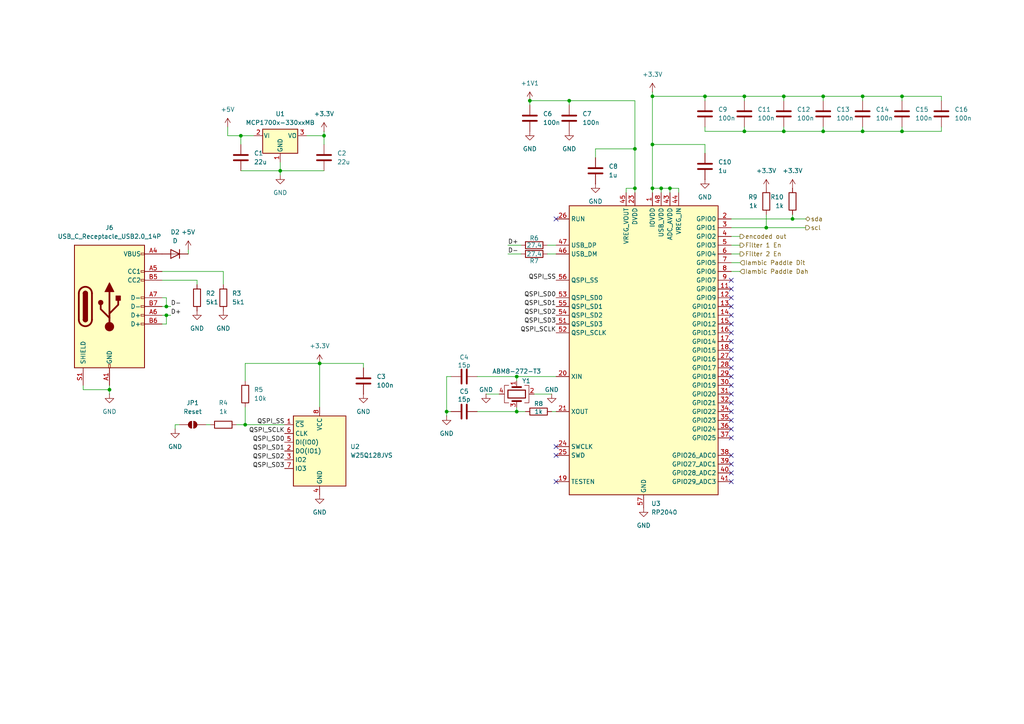
<source format=kicad_sch>
(kicad_sch (version 20231120) (generator "eeschema") (generator_version "8.0")
  (paper "A4")
  (title_block (title "RP2040 Microcontroller") (rev "1"))
  (lib_symbols
    (symbol "Connector:USB_C_Receptacle_USB2.0_14P" (pin_names (offset 1.016))
      (property "Reference" "J" (at 0 22.225 0))
      (property "Value" "USB_C_Receptacle_USB2.0_14P" (at 0 19.685 0))
      (symbol "USB_C_Receptacle_USB2.0_14P_0_0"
        (rectangle (start -0.254 -17.78) (end 0.254 -16.764))
        (rectangle (start 10.16 -4.826) (end 9.144 -5.334))
        (rectangle (start 10.16 -2.286) (end 9.144 -2.794))
        (rectangle (start 10.16 0.254) (end 9.144 -0.254))
        (rectangle (start 10.16 2.794) (end 9.144 2.286))
        (rectangle (start 10.16 7.874) (end 9.144 7.366))
        (rectangle (start 10.16 10.414) (end 9.144 9.906))
        (rectangle (start 10.16 15.494) (end 9.144 14.986))
      )
      (symbol "USB_C_Receptacle_USB2.0_14P_0_1"
        (rectangle (start -10.16 17.78) (end 10.16 -17.78) (stroke (width 0.254)) (fill (type background)))
        (arc (start -8.89 -3.81) (mid -6.985 -5.7067) (end -5.08 -3.81) (stroke (width 0.508)))
        (arc (start -7.62 -3.81) (mid -6.985 -4.4423) (end -6.35 -3.81) (stroke (width 0.254)))
        (arc (start -7.62 -3.81) (mid -6.985 -4.4423) (end -6.35 -3.81) (stroke (width 0.254)) (fill (type outline)))
        (rectangle (start -7.62 -3.81) (end -6.35 3.81) (stroke (width 0.254)) (fill (type outline)))
        (arc (start -6.35 3.81) (mid -6.985 4.4423) (end -7.62 3.81) (stroke (width 0.254)))
        (arc (start -6.35 3.81) (mid -6.985 4.4423) (end -7.62 3.81) (stroke (width 0.254)) (fill (type outline)))
        (arc (start -5.08 3.81) (mid -6.985 5.7067) (end -8.89 3.81) (stroke (width 0.508)))
        (circle (center -2.54 1.143) (radius 0.635) (stroke (width 0.254)) (fill (type outline)))
        (circle (center 0 -5.842) (radius 1.27) (fill (type outline)))
        (polyline (pts (xy -8.89 -3.81) (xy -8.89 3.81)) (stroke (width 0.508)))
        (polyline (pts (xy -5.08 3.81) (xy -5.08 -3.81)) (stroke (width 0.508)))
        (polyline (pts (xy 0 -5.842) (xy 0 4.318)) (stroke (width 0.508)))
        (polyline (pts (xy 0 -3.302) (xy -2.54 -0.762) (xy -2.54 0.508)) (stroke (width 0.508)))
        (polyline (pts (xy 0 -2.032) (xy 2.54 0.508) (xy 2.54 1.778)) (stroke (width 0.508)))
        (polyline (pts (xy -1.27 4.318) (xy 0 6.858) (xy 1.27 4.318) (xy -1.27 4.318)) (stroke (width 0.254)) (fill (type outline)))
        (rectangle (start 1.905 1.778) (end 3.175 3.048) (stroke (width 0.254)) (fill (type outline)))
      )
      (symbol "USB_C_Receptacle_USB2.0_14P_1_1"
        (pin passive line (at 0 -22.86 90) (length 5.08) (name "GND") (number "A1"))
        (pin passive line (at 0 -22.86 90) (length 5.08) hide (name "GND") (number "A12"))
        (pin passive line (at 15.24 15.24 180) (length 5.08) (name "VBUS") (number "A4"))
        (pin bidirectional line (at 15.24 10.16 180) (length 5.08) (name "CC1") (number "A5"))
        (pin bidirectional line (at 15.24 -2.54 180) (length 5.08) (name "D+") (number "A6"))
        (pin bidirectional line (at 15.24 2.54 180) (length 5.08) (name "D-") (number "A7"))
        (pin passive line (at 15.24 15.24 180) (length 5.08) hide (name "VBUS") (number "A9"))
        (pin passive line (at 0 -22.86 90) (length 5.08) hide (name "GND") (number "B1"))
        (pin passive line (at 0 -22.86 90) (length 5.08) hide (name "GND") (number "B12"))
        (pin passive line (at 15.24 15.24 180) (length 5.08) hide (name "VBUS") (number "B4"))
        (pin bidirectional line (at 15.24 7.62 180) (length 5.08) (name "CC2") (number "B5"))
        (pin bidirectional line (at 15.24 -5.08 180) (length 5.08) (name "D+") (number "B6"))
        (pin bidirectional line (at 15.24 0 180) (length 5.08) (name "D-") (number "B7"))
        (pin passive line (at 15.24 15.24 180) (length 5.08) hide (name "VBUS") (number "B9"))
        (pin passive line (at -7.62 -22.86 90) (length 5.08) (name "SHIELD") (number "S1"))
      )
    )
    (symbol "Device:C" (pin_numbers hide) (pin_names (offset 0.254))
      (property "Reference" "C" (at 0.635 2.54 0))
      (property "Value" "C" (at 0.635 -2.54 0))
      (symbol "C_0_1"
        (polyline (pts (xy -2.032 -0.762) (xy 2.032 -0.762)) (stroke (width 0.508)))
        (polyline (pts (xy -2.032 0.762) (xy 2.032 0.762)) (stroke (width 0.508)))
      )
      (symbol "C_1_1"
        (pin passive line (at 0 3.81 270) (length 2.794) (name "~") (number "1"))
        (pin passive line (at 0 -3.81 90) (length 2.794) (name "~") (number "2"))
      )
    )
    (symbol "Device:Crystal_GND24" (pin_names (offset 1.016) hide)
      (property "Reference" "Y" (at 3.175 5.08 0))
      (property "Value" "Crystal_GND24" (at 3.175 3.175 0))
      (symbol "Crystal_GND24_0_1"
        (rectangle (start -1.143 2.54) (end 1.143 -2.54) (stroke (width 0.3048)))
        (polyline (pts (xy -2.54 0) (xy -2.032 0)))
        (polyline (pts (xy -2.032 -1.27) (xy -2.032 1.27)) (stroke (width 0.508)))
        (polyline (pts (xy 0 -3.81) (xy 0 -3.556)))
        (polyline (pts (xy 0 3.556) (xy 0 3.81)))
        (polyline (pts (xy 2.032 -1.27) (xy 2.032 1.27)) (stroke (width 0.508)))
        (polyline (pts (xy 2.032 0) (xy 2.54 0)))
        (polyline (pts (xy -2.54 -2.286) (xy -2.54 -3.556) (xy 2.54 -3.556) (xy 2.54 -2.286)))
        (polyline (pts (xy -2.54 2.286) (xy -2.54 3.556) (xy 2.54 3.556) (xy 2.54 2.286)))
      )
      (symbol "Crystal_GND24_1_1"
        (pin passive line (at -3.81 0 0) (length 1.27) (name "1") (number "1"))
        (pin passive line (at 0 5.08 270) (length 1.27) (name "2") (number "2"))
        (pin passive line (at 3.81 0 180) (length 1.27) (name "3") (number "3"))
        (pin passive line (at 0 -5.08 90) (length 1.27) (name "4") (number "4"))
      )
    )
    (symbol "Device:D" (pin_numbers hide) (pin_names (offset 1.016) hide)
      (property "Reference" "D" (at 0 2.54 0))
      (property "Value" "D" (at 0 -2.54 0))
      (symbol "D_0_1"
        (polyline (pts (xy -1.27 1.27) (xy -1.27 -1.27)) (stroke (width 0.254)))
        (polyline (pts (xy 1.27 0) (xy -1.27 0)))
        (polyline (pts (xy 1.27 1.27) (xy 1.27 -1.27) (xy -1.27 0) (xy 1.27 1.27)) (stroke (width 0.254)))
      )
      (symbol "D_1_1"
        (pin passive line (at -3.81 0 0) (length 2.54) (name "K") (number "1"))
        (pin passive line (at 3.81 0 180) (length 2.54) (name "A") (number "2"))
      )
    )
    (symbol "Device:R" (pin_numbers hide) (pin_names (offset 0))
      (property "Reference" "R" (at 2.032 0 90))
      (property "Value" "R" (at 0 0 90))
      (symbol "R_0_1"
        (rectangle (start -1.016 -2.54) (end 1.016 2.54) (stroke (width 0.254)))
      )
      (symbol "R_1_1"
        (pin passive line (at 0 3.81 270) (length 1.27) (name "~") (number "1"))
        (pin passive line (at 0 -3.81 90) (length 1.27) (name "~") (number "2"))
      )
    )
    (symbol "Jumper:SolderJumper_2_Open" (pin_numbers hide) (pin_names (offset 0) hide) (exclude_from_sim yes) (in_bom no)
      (property "Reference" "JP" (at 0 2.032 0))
      (property "Value" "SolderJumper_2_Open" (at 0 -2.54 0))
      (symbol "SolderJumper_2_Open_0_1"
        (arc (start -0.254 1.016) (mid -1.2656 0) (end -0.254 -1.016))
        (arc (start -0.254 1.016) (mid -1.2656 0) (end -0.254 -1.016) (fill (type outline)))
        (polyline (pts (xy -0.254 1.016) (xy -0.254 -1.016)))
        (polyline (pts (xy 0.254 1.016) (xy 0.254 -1.016)))
        (arc (start 0.254 -1.016) (mid 1.2656 0) (end 0.254 1.016))
        (arc (start 0.254 -1.016) (mid 1.2656 0) (end 0.254 1.016) (fill (type outline)))
      )
      (symbol "SolderJumper_2_Open_1_1"
        (pin passive line (at -3.81 0 0) (length 2.54) (name "A") (number "1"))
        (pin passive line (at 3.81 0 180) (length 2.54) (name "B") (number "2"))
      )
    )
    (symbol "MCU_RaspberryPi:RP2040"
      (property "Reference" "U" (at 17.78 45.72 0))
      (property "Value" "RP2040" (at 17.78 43.18 0))
      (symbol "RP2040_0_1"
        (rectangle (start -21.59 41.91) (end 21.59 -41.91) (stroke (width 0.254)) (fill (type background)))
      )
      (symbol "RP2040_1_1"
        (pin power_in line (at 2.54 45.72 270) (length 3.81) (name "IOVDD") (number "1"))
        (pin passive line (at 2.54 45.72 270) (length 3.81) hide (name "IOVDD") (number "10"))
        (pin bidirectional line (at 25.4 17.78 180) (length 3.81) (name "GPIO8") (number "11"))
        (pin bidirectional line (at 25.4 15.24 180) (length 3.81) (name "GPIO9") (number "12"))
        (pin bidirectional line (at 25.4 12.7 180) (length 3.81) (name "GPIO10") (number "13"))
        (pin bidirectional line (at 25.4 10.16 180) (length 3.81) (name "GPIO11") (number "14"))
        (pin bidirectional line (at 25.4 7.62 180) (length 3.81) (name "GPIO12") (number "15"))
        (pin bidirectional line (at 25.4 5.08 180) (length 3.81) (name "GPIO13") (number "16"))
        (pin bidirectional line (at 25.4 2.54 180) (length 3.81) (name "GPIO14") (number "17"))
        (pin bidirectional line (at 25.4 0 180) (length 3.81) (name "GPIO15") (number "18"))
        (pin input line (at -25.4 -38.1 0) (length 3.81) (name "TESTEN") (number "19"))
        (pin bidirectional line (at 25.4 38.1 180) (length 3.81) (name "GPIO0") (number "2"))
        (pin input line (at -25.4 -7.62 0) (length 3.81) (name "XIN") (number "20"))
        (pin passive line (at -25.4 -17.78 0) (length 3.81) (name "XOUT") (number "21"))
        (pin passive line (at 2.54 45.72 270) (length 3.81) hide (name "IOVDD") (number "22"))
        (pin power_in line (at -2.54 45.72 270) (length 3.81) (name "DVDD") (number "23"))
        (pin input line (at -25.4 -27.94 0) (length 3.81) (name "SWCLK") (number "24"))
        (pin bidirectional line (at -25.4 -30.48 0) (length 3.81) (name "SWD") (number "25"))
        (pin input line (at -25.4 38.1 0) (length 3.81) (name "RUN") (number "26"))
        (pin bidirectional line (at 25.4 -2.54 180) (length 3.81) (name "GPIO16") (number "27"))
        (pin bidirectional line (at 25.4 -5.08 180) (length 3.81) (name "GPIO17") (number "28"))
        (pin bidirectional line (at 25.4 -7.62 180) (length 3.81) (name "GPIO18") (number "29"))
        (pin bidirectional line (at 25.4 35.56 180) (length 3.81) (name "GPIO1") (number "3"))
        (pin bidirectional line (at 25.4 -10.16 180) (length 3.81) (name "GPIO19") (number "30"))
        (pin bidirectional line (at 25.4 -12.7 180) (length 3.81) (name "GPIO20") (number "31"))
        (pin bidirectional line (at 25.4 -15.24 180) (length 3.81) (name "GPIO21") (number "32"))
        (pin passive line (at 2.54 45.72 270) (length 3.81) hide (name "IOVDD") (number "33"))
        (pin bidirectional line (at 25.4 -17.78 180) (length 3.81) (name "GPIO22") (number "34"))
        (pin bidirectional line (at 25.4 -20.32 180) (length 3.81) (name "GPIO23") (number "35"))
        (pin bidirectional line (at 25.4 -22.86 180) (length 3.81) (name "GPIO24") (number "36"))
        (pin bidirectional line (at 25.4 -25.4 180) (length 3.81) (name "GPIO25") (number "37"))
        (pin bidirectional line (at 25.4 -30.48 180) (length 3.81) (name "GPIO26_ADC0") (number "38"))
        (pin bidirectional line (at 25.4 -33.02 180) (length 3.81) (name "GPIO27_ADC1") (number "39"))
        (pin bidirectional line (at 25.4 33.02 180) (length 3.81) (name "GPIO2") (number "4"))
        (pin bidirectional line (at 25.4 -35.56 180) (length 3.81) (name "GPIO28_ADC2") (number "40"))
        (pin bidirectional line (at 25.4 -38.1 180) (length 3.81) (name "GPIO29_ADC3") (number "41"))
        (pin passive line (at 2.54 45.72 270) (length 3.81) hide (name "IOVDD") (number "42"))
        (pin power_in line (at 7.62 45.72 270) (length 3.81) (name "ADC_AVDD") (number "43"))
        (pin power_in line (at 10.16 45.72 270) (length 3.81) (name "VREG_IN") (number "44"))
        (pin power_out line (at -5.08 45.72 270) (length 3.81) (name "VREG_VOUT") (number "45"))
        (pin bidirectional line (at -25.4 27.94 0) (length 3.81) (name "USB_DM") (number "46"))
        (pin bidirectional line (at -25.4 30.48 0) (length 3.81) (name "USB_DP") (number "47"))
        (pin power_in line (at 5.08 45.72 270) (length 3.81) (name "USB_VDD") (number "48"))
        (pin passive line (at 2.54 45.72 270) (length 3.81) hide (name "IOVDD") (number "49"))
        (pin bidirectional line (at 25.4 30.48 180) (length 3.81) (name "GPIO3") (number "5"))
        (pin passive line (at -2.54 45.72 270) (length 3.81) hide (name "DVDD") (number "50"))
        (pin bidirectional line (at -25.4 7.62 0) (length 3.81) (name "QSPI_SD3") (number "51"))
        (pin output line (at -25.4 5.08 0) (length 3.81) (name "QSPI_SCLK") (number "52"))
        (pin bidirectional line (at -25.4 15.24 0) (length 3.81) (name "QSPI_SD0") (number "53"))
        (pin bidirectional line (at -25.4 10.16 0) (length 3.81) (name "QSPI_SD2") (number "54"))
        (pin bidirectional line (at -25.4 12.7 0) (length 3.81) (name "QSPI_SD1") (number "55"))
        (pin bidirectional line (at -25.4 20.32 0) (length 3.81) (name "QSPI_SS") (number "56"))
        (pin power_in line (at 0 -45.72 90) (length 3.81) (name "GND") (number "57"))
        (pin bidirectional line (at 25.4 27.94 180) (length 3.81) (name "GPIO4") (number "6"))
        (pin bidirectional line (at 25.4 25.4 180) (length 3.81) (name "GPIO5") (number "7"))
        (pin bidirectional line (at 25.4 22.86 180) (length 3.81) (name "GPIO6") (number "8"))
        (pin bidirectional line (at 25.4 20.32 180) (length 3.81) (name "GPIO7") (number "9"))
      )
    )
    (symbol "Memory_Flash:W25Q128JVS"
      (property "Reference" "U" (at -8.89 8.89 0))
      (property "Value" "W25Q128JVS" (at 7.62 8.89 0))
      (symbol "W25Q128JVS_0_1"
        (rectangle (start -7.62 10.16) (end 7.62 -10.16) (stroke (width 0.254)) (fill (type background)))
      )
      (symbol "W25Q128JVS_1_1"
        (pin input line (at -10.16 7.62 0) (length 2.54) (name "~{CS}") (number "1"))
        (pin bidirectional line (at -10.16 0 0) (length 2.54) (name "DO(IO1)") (number "2"))
        (pin bidirectional line (at -10.16 -2.54 0) (length 2.54) (name "IO2") (number "3"))
        (pin power_in line (at 0 -12.7 90) (length 2.54) (name "GND") (number "4"))
        (pin bidirectional line (at -10.16 2.54 0) (length 2.54) (name "DI(IO0)") (number "5"))
        (pin input line (at -10.16 5.08 0) (length 2.54) (name "CLK") (number "6"))
        (pin bidirectional line (at -10.16 -5.08 0) (length 2.54) (name "IO3") (number "7"))
        (pin power_in line (at 0 12.7 270) (length 2.54) (name "VCC") (number "8"))
      )
    )
    (symbol "Regulator_Linear:MCP1700x-330xxMB" (pin_names (offset 0.254))
      (property "Reference" "U" (at -3.81 3.175 0))
      (property "Value" "MCP1700x-330xxMB" (at 0 3.175 0))
      (symbol "MCP1700x-330xxMB_0_1"
        (rectangle (start -5.08 -5.08) (end 5.08 1.905) (stroke (width 0.254)) (fill (type background)))
      )
      (symbol "MCP1700x-330xxMB_1_1"
        (pin power_in line (at 0 -7.62 90) (length 2.54) (name "GND") (number "1"))
        (pin power_in line (at -7.62 0 0) (length 2.54) (name "VI") (number "2"))
        (pin power_out line (at 7.62 0 180) (length 2.54) (name "VO") (number "3"))
      )
    )
    (symbol "power:+1V1" (power) (pin_numbers hide) (pin_names (offset 0) hide)
      (property "Value" "+1V1" (at 0 3.556 0))
      (symbol "+1V1_0_1"
        (polyline (pts (xy -0.762 1.27) (xy 0 2.54)))
        (polyline (pts (xy 0 0) (xy 0 2.54)))
        (polyline (pts (xy 0 2.54) (xy 0.762 1.27)))
      )
      (symbol "+1V1_1_1"
        (pin power_in line (at 0 0 90) (length 0) (name "~") (number "1"))
      )
    )
    (symbol "power:+3.3V" (power) (pin_numbers hide) (pin_names (offset 0) hide)
      (property "Value" "+3.3V" (at 0 3.556 0))
      (symbol "+3.3V_0_1"
        (polyline (pts (xy -0.762 1.27) (xy 0 2.54)))
        (polyline (pts (xy 0 0) (xy 0 2.54)))
        (polyline (pts (xy 0 2.54) (xy 0.762 1.27)))
      )
      (symbol "+3.3V_1_1"
        (pin power_in line (at 0 0 90) (length 0) (name "~") (number "1"))
      )
    )
    (symbol "power:+5V" (power) (pin_numbers hide) (pin_names (offset 0) hide)
      (property "Value" "+5V" (at 0 3.556 0))
      (symbol "+5V_0_1"
        (polyline (pts (xy -0.762 1.27) (xy 0 2.54)))
        (polyline (pts (xy 0 0) (xy 0 2.54)))
        (polyline (pts (xy 0 2.54) (xy 0.762 1.27)))
      )
      (symbol "+5V_1_1"
        (pin power_in line (at 0 0 90) (length 0) (name "~") (number "1"))
      )
    )
    (symbol "power:GND" (power) (pin_numbers hide) (pin_names (offset 0) hide)
      (property "Value" "GND" (at 0 -3.81 0))
      (symbol "GND_0_1"
        (polyline (pts (xy 0 0) (xy 0 -1.27) (xy 1.27 -1.27) (xy 0 -2.54) (xy -1.27 -1.27) (xy 0 -1.27)))
      )
      (symbol "GND_1_1"
        (pin power_in line (at 0 0 270) (length 0) (name "~") (number "1"))
      )
    )
  )
  (junction (at 194.31 54.61))
  (junction (at 222.25 66.04))
  (junction (at 250.19 27.94))
  (junction (at 71.12 123.19))
  (junction (at 165.1 29.21))
  (junction (at 184.15 54.61))
  (junction (at 153.67 29.21))
  (junction (at 189.23 54.61))
  (junction (at 261.62 38.1))
  (junction (at 31.75 113.03))
  (junction (at 92.71 105.41))
  (junction (at 227.33 38.1))
  (junction (at 129.54 119.38))
  (junction (at 93.98 39.37))
  (junction (at 149.86 119.38))
  (junction (at 149.86 109.22))
  (junction (at 191.77 54.61))
  (junction (at 69.85 39.37))
  (junction (at 48.26 88.9))
  (junction (at 204.47 27.94))
  (junction (at 250.19 38.1))
  (junction (at 215.9 38.1))
  (junction (at 238.76 38.1))
  (junction (at 81.28 49.53))
  (junction (at 227.33 27.94))
  (junction (at 238.76 27.94))
  (junction (at 189.23 27.94))
  (junction (at 215.9 27.94))
  (junction (at 229.87 63.5))
  (junction (at 189.23 41.91))
  (junction (at 48.26 91.44))
  (junction (at 184.15 43.18))
  (junction (at 261.62 27.94))
  (no_connect (at 212.09 104.14))
  (no_connect (at 161.29 63.5))
  (no_connect (at 212.09 96.52))
  (no_connect (at 212.09 88.9))
  (no_connect (at 212.09 86.36))
  (no_connect (at 212.09 99.06))
  (no_connect (at 161.29 139.7))
  (no_connect (at 161.29 132.08))
  (no_connect (at 212.09 139.7))
  (no_connect (at 212.09 124.46))
  (no_connect (at 212.09 116.84))
  (no_connect (at 212.09 83.82))
  (no_connect (at 212.09 93.98))
  (no_connect (at 212.09 101.6))
  (no_connect (at 212.09 137.16))
  (no_connect (at 212.09 109.22))
  (no_connect (at 212.09 111.76))
  (no_connect (at 212.09 106.68))
  (no_connect (at 212.09 114.3))
  (no_connect (at 212.09 134.62))
  (no_connect (at 212.09 81.28))
  (no_connect (at 212.09 132.08))
  (no_connect (at 212.09 91.44))
  (no_connect (at 212.09 121.92))
  (no_connect (at 212.09 119.38))
  (no_connect (at 212.09 127))
  (no_connect (at 161.29 129.54))
  (wire (pts (xy 48.26 93.98) (xy 48.26 91.44)))
  (wire (pts (xy 189.23 26.67) (xy 189.23 27.94)))
  (wire (pts (xy 154.94 114.3) (xy 160.02 114.3)))
  (wire (pts (xy 229.87 63.5) (xy 212.09 63.5)))
  (wire (pts (xy 71.12 118.11) (xy 71.12 123.19)))
  (wire (pts (xy 129.54 120.65) (xy 129.54 119.38)))
  (wire (pts (xy 238.76 27.94) (xy 238.76 29.21)))
  (wire (pts (xy 147.32 71.12) (xy 151.13 71.12)))
  (wire (pts (xy 46.99 78.74) (xy 64.77 78.74)))
  (wire (pts (xy 172.72 43.18) (xy 172.72 45.72)))
  (wire (pts (xy 129.54 109.22) (xy 130.81 109.22)))
  (wire (pts (xy 194.31 54.61) (xy 196.85 54.61)))
  (wire (pts (xy 46.99 93.98) (xy 48.26 93.98)))
  (wire (pts (xy 222.25 62.23) (xy 222.25 66.04)))
  (wire (pts (xy 46.99 88.9) (xy 48.26 88.9)))
  (wire (pts (xy 191.77 54.61) (xy 194.31 54.61)))
  (wire (pts (xy 158.75 71.12) (xy 161.29 71.12)))
  (wire (pts (xy 204.47 41.91) (xy 189.23 41.91)))
  (wire (pts (xy 214.63 78.74) (xy 212.09 78.74)))
  (wire (pts (xy 54.61 72.39) (xy 54.61 73.66)))
  (wire (pts (xy 196.85 55.88) (xy 196.85 54.61)))
  (wire (pts (xy 204.47 44.45) (xy 204.47 41.91)))
  (wire (pts (xy 69.85 39.37) (xy 69.85 41.91)))
  (wire (pts (xy 81.28 46.99) (xy 81.28 49.53)))
  (wire (pts (xy 238.76 38.1) (xy 250.19 38.1)))
  (wire (pts (xy 233.68 66.04) (xy 222.25 66.04)))
  (wire (pts (xy 204.47 38.1) (xy 215.9 38.1)))
  (wire (pts (xy 229.87 62.23) (xy 229.87 63.5)))
  (wire (pts (xy 59.69 123.19) (xy 60.96 123.19)))
  (wire (pts (xy 46.99 81.28) (xy 57.15 81.28)))
  (wire (pts (xy 184.15 43.18) (xy 172.72 43.18)))
  (wire (pts (xy 149.86 119.38) (xy 152.4 119.38)))
  (wire (pts (xy 81.28 49.53) (xy 93.98 49.53)))
  (wire (pts (xy 261.62 27.94) (xy 250.19 27.94)))
  (wire (pts (xy 194.31 54.61) (xy 194.31 55.88)))
  (wire (pts (xy 273.05 38.1) (xy 273.05 36.83)))
  (wire (pts (xy 46.99 86.36) (xy 48.26 86.36)))
  (wire (pts (xy 93.98 39.37) (xy 93.98 41.91)))
  (wire (pts (xy 215.9 36.83) (xy 215.9 38.1)))
  (wire (pts (xy 214.63 71.12) (xy 212.09 71.12)))
  (wire (pts (xy 153.67 29.21) (xy 153.67 30.48)))
  (wire (pts (xy 214.63 76.2) (xy 212.09 76.2)))
  (wire (pts (xy 140.97 114.3) (xy 144.78 114.3)))
  (wire (pts (xy 68.58 123.19) (xy 71.12 123.19)))
  (wire (pts (xy 149.86 110.49) (xy 149.86 109.22)))
  (wire (pts (xy 149.86 109.22) (xy 161.29 109.22)))
  (wire (pts (xy 71.12 123.19) (xy 82.55 123.19)))
  (wire (pts (xy 158.75 73.66) (xy 161.29 73.66)))
  (wire (pts (xy 222.25 66.04) (xy 212.09 66.04)))
  (wire (pts (xy 138.43 119.38) (xy 149.86 119.38)))
  (wire (pts (xy 227.33 38.1) (xy 238.76 38.1)))
  (wire (pts (xy 66.04 39.37) (xy 69.85 39.37)))
  (wire (pts (xy 165.1 29.21) (xy 165.1 30.48)))
  (wire (pts (xy 189.23 54.61) (xy 189.23 55.88)))
  (wire (pts (xy 227.33 36.83) (xy 227.33 38.1)))
  (wire (pts (xy 46.99 91.44) (xy 48.26 91.44)))
  (wire (pts (xy 92.71 118.11) (xy 92.71 105.41)))
  (wire (pts (xy 191.77 54.61) (xy 189.23 54.61)))
  (wire (pts (xy 261.62 38.1) (xy 273.05 38.1)))
  (wire (pts (xy 48.26 91.44) (xy 49.53 91.44)))
  (wire (pts (xy 273.05 27.94) (xy 261.62 27.94)))
  (wire (pts (xy 184.15 54.61) (xy 184.15 43.18)))
  (wire (pts (xy 184.15 43.18) (xy 184.15 29.21)))
  (wire (pts (xy 250.19 36.83) (xy 250.19 38.1)))
  (wire (pts (xy 31.75 111.76) (xy 31.75 113.03)))
  (wire (pts (xy 24.13 111.76) (xy 24.13 113.03)))
  (wire (pts (xy 50.8 123.19) (xy 52.07 123.19)))
  (wire (pts (xy 189.23 27.94) (xy 189.23 41.91)))
  (wire (pts (xy 50.8 124.46) (xy 50.8 123.19)))
  (wire (pts (xy 214.63 73.66) (xy 212.09 73.66)))
  (wire (pts (xy 204.47 27.94) (xy 215.9 27.94)))
  (wire (pts (xy 181.61 54.61) (xy 184.15 54.61)))
  (wire (pts (xy 191.77 55.88) (xy 191.77 54.61)))
  (wire (pts (xy 184.15 29.21) (xy 165.1 29.21)))
  (wire (pts (xy 184.15 55.88) (xy 184.15 54.61)))
  (wire (pts (xy 233.68 63.5) (xy 229.87 63.5)))
  (wire (pts (xy 105.41 105.41) (xy 105.41 106.68)))
  (wire (pts (xy 69.85 49.53) (xy 81.28 49.53)))
  (wire (pts (xy 149.86 118.11) (xy 149.86 119.38)))
  (wire (pts (xy 250.19 27.94) (xy 238.76 27.94)))
  (wire (pts (xy 181.61 55.88) (xy 181.61 54.61)))
  (wire (pts (xy 227.33 27.94) (xy 215.9 27.94)))
  (wire (pts (xy 92.71 105.41) (xy 105.41 105.41)))
  (wire (pts (xy 250.19 27.94) (xy 250.19 29.21)))
  (wire (pts (xy 64.77 78.74) (xy 64.77 82.55)))
  (wire (pts (xy 138.43 109.22) (xy 149.86 109.22)))
  (wire (pts (xy 189.23 27.94) (xy 204.47 27.94)))
  (wire (pts (xy 93.98 39.37) (xy 93.98 38.1)))
  (wire (pts (xy 147.32 73.66) (xy 151.13 73.66)))
  (wire (pts (xy 160.02 119.38) (xy 161.29 119.38)))
  (wire (pts (xy 66.04 36.83) (xy 66.04 39.37)))
  (wire (pts (xy 261.62 27.94) (xy 261.62 29.21)))
  (wire (pts (xy 215.9 38.1) (xy 227.33 38.1)))
  (wire (pts (xy 204.47 27.94) (xy 204.47 29.21)))
  (wire (pts (xy 81.28 49.53) (xy 81.28 50.8)))
  (wire (pts (xy 204.47 36.83) (xy 204.47 38.1)))
  (wire (pts (xy 24.13 113.03) (xy 31.75 113.03)))
  (wire (pts (xy 215.9 27.94) (xy 215.9 29.21)))
  (wire (pts (xy 250.19 38.1) (xy 261.62 38.1)))
  (wire (pts (xy 261.62 36.83) (xy 261.62 38.1)))
  (wire (pts (xy 88.9 39.37) (xy 93.98 39.37)))
  (wire (pts (xy 165.1 29.21) (xy 153.67 29.21)))
  (wire (pts (xy 189.23 41.91) (xy 189.23 54.61)))
  (wire (pts (xy 238.76 36.83) (xy 238.76 38.1)))
  (wire (pts (xy 214.63 68.58) (xy 212.09 68.58)))
  (wire (pts (xy 129.54 119.38) (xy 129.54 109.22)))
  (wire (pts (xy 227.33 27.94) (xy 227.33 29.21)))
  (wire (pts (xy 273.05 29.21) (xy 273.05 27.94)))
  (wire (pts (xy 48.26 86.36) (xy 48.26 88.9)))
  (wire (pts (xy 31.75 113.03) (xy 31.75 114.3)))
  (wire (pts (xy 71.12 105.41) (xy 92.71 105.41)))
  (wire (pts (xy 69.85 39.37) (xy 73.66 39.37)))
  (wire (pts (xy 129.54 119.38) (xy 130.81 119.38)))
  (wire (pts (xy 57.15 81.28) (xy 57.15 82.55)))
  (wire (pts (xy 71.12 110.49) (xy 71.12 105.41)))
  (wire (pts (xy 238.76 27.94) (xy 227.33 27.94)))
  (wire (pts (xy 48.26 88.9) (xy 49.53 88.9)))
  (label "QSPI_SD1" (at 161.29 88.9 180))
  (label "QSPI_SS" (at 161.29 81.28 180))
  (label "D+" (at 49.53 91.44 0))
  (label "D-" (at 49.53 88.9 0))
  (label "QSPI_SD1" (at 82.55 130.81 180))
  (label "QSPI_SD3" (at 82.55 135.89 180))
  (label "D-" (at 147.32 73.66 0))
  (label "QSPI_SD0" (at 161.29 86.36 180))
  (label "D+" (at 147.32 71.12 0))
  (label "QSPI_SCLK" (at 82.55 125.73 180))
  (label "QSPI_SCLK" (at 161.29 96.52 180))
  (label "QSPI_SD0" (at 82.55 128.27 180))
  (label "QSPI_SD2" (at 161.29 91.44 180))
  (label "QSPI_SD3" (at 161.29 93.98 180))
  (label "QSPI_SS" (at 82.55 123.19 180))
  (label "QSPI_SD2" (at 82.55 133.35 180))
  (hierarchical_label "Iambic Paddle Dit" (shape input) (at 214.63 76.2 0))
  (hierarchical_label "Filter 1 En" (shape output) (at 214.63 71.12 0))
  (hierarchical_label "Iambic Paddle Dah" (shape input) (at 214.63 78.74 0))
  (hierarchical_label "Filter 2 En" (shape output) (at 214.63 73.66 0))
  (hierarchical_label "encoded out" (shape output) (at 214.63 68.58 0))
  (hierarchical_label "sda" (shape bidirectional) (at 233.68 63.5 0))
  (hierarchical_label "scl" (shape output) (at 233.68 66.04 0))
  (symbol (lib_id "Device:C") (at 273.05 33.02 0) (unit 1)
    (property "Reference" "C16" (at 276.86 31.7499 0) (effects (justify left)))
    (property "Value" "100n" (at 276.86 34.2899 0) (effects (justify left)))
    (property "Footprint" "Capacitor_SMD:C_0603_1608Metric" (effects (hide yes)))
    (property "Description" "Unpolarized capacitor" (effects (hide yes)))
  )
  (symbol (lib_id "power:GND") (at 129.54 120.65 0) (unit 1)
    (property "Reference" "#PWR021" (effects (hide yes)))
    (property "Value" "GND" (at 129.54 125.73 0))
    (property "Description" "Power symbol creates a global label with name \"GND\" , ground" (effects (hide yes)))
  )
  (symbol (lib_id "Device:C") (at 215.9 33.02 0) (unit 1)
    (property "Reference" "C11" (at 219.71 31.7499 0) (effects (justify left)))
    (property "Value" "100n" (at 219.71 34.2899 0) (effects (justify left)))
    (property "Footprint" "Capacitor_SMD:C_0603_1608Metric" (effects (hide yes)))
    (property "Description" "Unpolarized capacitor" (effects (hide yes)))
  )
  (symbol (lib_id "Device:C") (at 238.76 33.02 0) (unit 1)
    (property "Reference" "C13" (at 242.57 31.7499 0) (effects (justify left)))
    (property "Value" "100n" (at 242.57 34.2899 0) (effects (justify left)))
    (property "Footprint" "Capacitor_SMD:C_0603_1608Metric" (effects (hide yes)))
    (property "Description" "Unpolarized capacitor" (effects (hide yes)))
  )
  (symbol (lib_id "power:+5V") (at 66.04 36.83 0) (unit 1)
    (property "Reference" "#PWR015" (effects (hide yes)))
    (property "Value" "+5V" (at 66.04 31.75 0))
    (property "Description" "Power symbol creates a global label with name \"+5V\"" (effects (hide yes)))
  )
  (symbol (lib_id "power:GND") (at 81.28 50.8 0) (unit 1)
    (property "Reference" "#PWR016" (effects (hide yes)))
    (property "Value" "GND" (at 81.28 55.88 0))
    (property "Description" "Power symbol creates a global label with name \"GND\" , ground" (effects (hide yes)))
  )
  (symbol (lib_id "Device:C") (at 261.62 33.02 0) (unit 1)
    (property "Reference" "C15" (at 265.43 31.7499 0) (effects (justify left)))
    (property "Value" "100n" (at 265.43 34.2899 0) (effects (justify left)))
    (property "Footprint" "Capacitor_SMD:C_0603_1608Metric" (effects (hide yes)))
    (property "Description" "Unpolarized capacitor" (effects (hide yes)))
  )
  (symbol (lib_id "power:+5V") (at 54.61 72.39 0) (unit 1)
    (property "Reference" "#PWR012" (effects (hide yes)))
    (property "Value" "+5V" (at 54.61 67.31 0))
    (property "Description" "Power symbol creates a global label with name \"+5V\"" (effects (hide yes)))
  )
  (symbol (lib_id "Jumper:SolderJumper_2_Open") (at 55.88 123.19 0) (unit 1) (exclude_from_sim yes) (in_bom no)
    (property "Reference" "JP1" (at 55.88 116.84 0))
    (property "Value" "Reset" (at 55.88 119.38 0))
    (property "Description" "Solder Jumper, 2-pole, open" (effects (hide yes)))
  )
  (symbol (lib_id "power:+3.3V") (at 93.98 38.1 0) (unit 1)
    (property "Reference" "#PWR019" (effects (hide yes)))
    (property "Value" "+3.3V" (at 93.98 33.02 0))
    (property "Description" "Power symbol creates a global label with name \"+3.3V\"" (effects (hide yes)))
  )
  (symbol (lib_id "Device:C") (at 172.72 49.53 0) (unit 1)
    (property "Reference" "C8" (at 176.53 48.2599 0) (effects (justify left)))
    (property "Value" "1u" (at 176.53 50.7999 0) (effects (justify left)))
    (property "Footprint" "Capacitor_SMD:C_0603_1608Metric" (effects (hide yes)))
    (property "Description" "Unpolarized capacitor" (effects (hide yes)))
  )
  (symbol (lib_id "power:+3.3V") (at 189.23 26.67 0) (unit 1)
    (property "Reference" "#PWR029" (effects (hide yes)))
    (property "Value" "+3.3V" (at 189.23 21.59 0))
    (property "Description" "Power symbol creates a global label with name \"+3.3V\"" (effects (hide yes)))
  )
  (symbol (lib_id "Device:D") (at 50.8 73.66 180) (unit 1)
    (property "Reference" "D2" (at 50.8 67.31 0))
    (property "Value" "D" (at 50.8 69.85 0))
    (property "Description" "Diode" (effects (hide yes)))
    (property "Sim.Device" "D" (effects (hide yes)))
    (property "Sim.Pins" "1=K 2=A" (effects (hide yes)))
  )
  (symbol (lib_id "Regulator_Linear:MCP1700x-330xxMB") (at 81.28 39.37 0) (unit 1)
    (property "Reference" "U1" (at 81.28 33.02 0))
    (property "Value" "MCP1700x-330xxMB" (at 81.28 35.56 0))
    (property "Datasheet" "http://ww1.microchip.com/downloads/en/DeviceDoc/20001826D.pdf" (effects (hide yes)))
    (property "Description" "250mA Low Quiscent Current LDO, 3.3V output, SOT-89" (effects (hide yes)))
  )
  (symbol (lib_id "power:GND") (at 153.67 38.1 0) (unit 1)
    (property "Reference" "#PWR024" (effects (hide yes)))
    (property "Value" "GND" (at 153.67 43.18 0))
    (property "Description" "Power symbol creates a global label with name \"GND\" , ground" (effects (hide yes)))
  )
  (symbol (lib_id "Device:C") (at 204.47 33.02 0) (unit 1)
    (property "Reference" "C9" (at 208.28 31.7499 0) (effects (justify left)))
    (property "Value" "100n" (at 208.28 34.2899 0) (effects (justify left)))
    (property "Footprint" "Capacitor_SMD:C_0603_1608Metric" (effects (hide yes)))
    (property "Description" "Unpolarized capacitor" (effects (hide yes)))
  )
  (symbol (lib_id "power:GND") (at 186.69 147.32 0) (unit 1)
    (property "Reference" "#PWR028" (effects (hide yes)))
    (property "Value" "GND" (at 186.69 152.4 0))
    (property "Description" "Power symbol creates a global label with name \"GND\" , ground" (effects (hide yes)))
  )
  (symbol (lib_id "Device:R") (at 57.15 86.36 0) (unit 1)
    (property "Reference" "R2" (at 59.69 85.0899 0) (effects (justify left)))
    (property "Value" "5k1" (at 59.69 87.6299 0) (effects (justify left)))
    (property "Footprint" "Resistor_SMD:R_0603_1608Metric" (effects (hide yes)))
    (property "Description" "Resistor" (effects (hide yes)))
  )
  (symbol (lib_id "Device:C") (at 105.41 110.49 0) (unit 1)
    (property "Reference" "C3" (at 109.22 109.2199 0) (effects (justify left)))
    (property "Value" "100n" (at 109.22 111.7599 0) (effects (justify left)))
    (property "Footprint" "Capacitor_SMD:C_0603_1608Metric" (effects (hide yes)))
    (property "Description" "Unpolarized capacitor" (effects (hide yes)))
  )
  (symbol (lib_id "power:GND") (at 64.77 90.17 0) (unit 1)
    (property "Reference" "#PWR014" (effects (hide yes)))
    (property "Value" "GND" (at 64.77 95.25 0))
    (property "Description" "Power symbol creates a global label with name \"GND\" , ground" (effects (hide yes)))
  )
  (symbol (lib_id "power:GND") (at 105.41 114.3 0) (unit 1)
    (property "Reference" "#PWR020" (effects (hide yes)))
    (property "Value" "GND" (at 105.41 119.38 0))
    (property "Description" "Power symbol creates a global label with name \"GND\" , ground" (effects (hide yes)))
  )
  (symbol (lib_id "Connector:USB_C_Receptacle_USB2.0_14P") (at 31.75 88.9 0) (unit 1)
    (property "Reference" "J6" (at 31.75 66.04 0))
    (property "Value" "USB_C_Receptacle_USB2.0_14P" (at 31.75 68.58 0))
    (property "Datasheet" "https://www.usb.org/sites/default/files/documents/usb_type-c.zip" (effects (hide yes)))
    (property "Description" "USB 2.0-only 14P Type-C Receptacle connector" (effects (hide yes)))
  )
  (symbol (lib_id "power:+1V1") (at 153.67 29.21 0) (unit 1)
    (property "Reference" "#PWR023" (effects (hide yes)))
    (property "Value" "+1V1" (at 153.67 24.13 0))
    (property "Description" "Power symbol creates a global label with name \"+1V1\"" (effects (hide yes)))
  )
  (symbol (lib_id "Device:R") (at 71.12 114.3 0) (unit 1)
    (property "Reference" "R5" (at 73.66 113.0299 0) (effects (justify left)))
    (property "Value" "10k" (at 73.66 115.5699 0) (effects (justify left)))
    (property "Footprint" "Resistor_SMD:R_0603_1608Metric" (effects (hide yes)))
    (property "Description" "Resistor" (effects (hide yes)))
  )
  (symbol (lib_id "Device:C") (at 134.62 109.22 90) (unit 1)
    (property "Reference" "C4" (at 134.62 103.632 90))
    (property "Value" "15p" (at 134.62 105.918 90))
    (property "Footprint" "Capacitor_SMD:C_0603_1608Metric" (effects (hide yes)))
    (property "Description" "Unpolarized capacitor" (effects (hide yes)))
  )
  (symbol (lib_id "power:GND") (at 140.97 114.3 0) (unit 1)
    (property "Reference" "#PWR022" (effects (hide yes)))
    (property "Value" "GND" (at 140.97 113.03 0))
    (property "Description" "Power symbol creates a global label with name \"GND\" , ground" (effects (hide yes)))
  )
  (symbol (lib_id "power:+3.3V") (at 92.71 105.41 0) (unit 1)
    (property "Reference" "#PWR017" (effects (hide yes)))
    (property "Value" "+3.3V" (at 92.71 100.33 0))
    (property "Description" "Power symbol creates a global label with name \"+3.3V\"" (effects (hide yes)))
  )
  (symbol (lib_id "Memory_Flash:W25Q128JVS") (at 92.71 130.81 0) (unit 1)
    (property "Reference" "U2" (at 101.6 129.5399 0) (effects (justify left)))
    (property "Value" "W25Q128JVS" (at 101.6 132.0799 0) (effects (justify left)))
    (property "Datasheet" "http://www.winbond.com/resource-files/w25q128jv_dtr%20revc%2003272018%20plus.pdf" (effects (hide yes)))
    (property "Description" "128Mb Serial Flash Memory, Standard/Dual/Quad SPI, SOIC-8" (effects (hide yes)))
  )
  (symbol (lib_id "Device:C") (at 69.85 45.72 0) (unit 1)
    (property "Reference" "C1" (at 73.66 44.4499 0) (effects (justify left)))
    (property "Value" "22u" (at 73.66 46.9899 0) (effects (justify left)))
    (property "Footprint" "Capacitor_SMD:C_0603_1608Metric" (effects (hide yes)))
    (property "Description" "Unpolarized capacitor" (effects (hide yes)))
  )
  (symbol (lib_id "power:GND") (at 92.71 143.51 0) (unit 1)
    (property "Reference" "#PWR018" (effects (hide yes)))
    (property "Value" "GND" (at 92.71 148.59 0))
    (property "Description" "Power symbol creates a global label with name \"GND\" , ground" (effects (hide yes)))
  )
  (symbol (lib_id "Device:R") (at 222.25 58.42 0) (mirror y) (unit 1)
    (property "Reference" "R9" (at 219.71 57.1499 0) (effects (justify left)))
    (property "Value" "1k" (at 219.71 59.6899 0) (effects (justify left)))
    (property "Footprint" "Resistor_SMD:R_0603_1608Metric" (effects (hide yes)))
    (property "Description" "Resistor" (effects (hide yes)))
  )
  (symbol (lib_id "Device:C") (at 204.47 48.26 0) (unit 1)
    (property "Reference" "C10" (at 208.28 46.9899 0) (effects (justify left)))
    (property "Value" "1u" (at 208.28 49.5299 0) (effects (justify left)))
    (property "Footprint" "Capacitor_SMD:C_0603_1608Metric" (effects (hide yes)))
    (property "Description" "Unpolarized capacitor" (effects (hide yes)))
  )
  (symbol (lib_id "Device:C") (at 134.62 119.38 90) (unit 1)
    (property "Reference" "C5" (at 134.62 113.538 90))
    (property "Value" "15p" (at 134.62 115.824 90))
    (property "Footprint" "Capacitor_SMD:C_0603_1608Metric" (effects (hide yes)))
    (property "Description" "Unpolarized capacitor" (effects (hide yes)))
  )
  (symbol (lib_id "Device:C") (at 227.33 33.02 0) (unit 1)
    (property "Reference" "C12" (at 231.14 31.7499 0) (effects (justify left)))
    (property "Value" "100n" (at 231.14 34.2899 0) (effects (justify left)))
    (property "Footprint" "Capacitor_SMD:C_0603_1608Metric" (effects (hide yes)))
    (property "Description" "Unpolarized capacitor" (effects (hide yes)))
  )
  (symbol (lib_id "power:GND") (at 172.72 53.34 0) (unit 1)
    (property "Reference" "#PWR027" (effects (hide yes)))
    (property "Value" "GND" (at 172.72 58.42 0))
    (property "Description" "Power symbol creates a global label with name \"GND\" , ground" (effects (hide yes)))
  )
  (symbol (lib_id "Device:R") (at 229.87 58.42 0) (mirror y) (unit 1)
    (property "Reference" "R10" (at 227.33 57.1499 0) (effects (justify left)))
    (property "Value" "1k" (at 227.33 59.6899 0) (effects (justify left)))
    (property "Footprint" "Resistor_SMD:R_0603_1608Metric" (effects (hide yes)))
    (property "Description" "Resistor" (effects (hide yes)))
  )
  (symbol (lib_id "power:GND") (at 50.8 124.46 0) (unit 1)
    (property "Reference" "#PWR011" (effects (hide yes)))
    (property "Value" "GND" (at 50.8 129.54 0))
    (property "Description" "Power symbol creates a global label with name \"GND\" , ground" (effects (hide yes)))
  )
  (symbol (lib_id "Device:C") (at 153.67 34.29 0) (unit 1)
    (property "Reference" "C6" (at 157.48 33.0199 0) (effects (justify left)))
    (property "Value" "100n" (at 157.48 35.5599 0) (effects (justify left)))
    (property "Footprint" "Capacitor_SMD:C_0603_1608Metric" (effects (hide yes)))
    (property "Description" "Unpolarized capacitor" (effects (hide yes)))
  )
  (symbol (lib_id "power:GND") (at 57.15 90.17 0) (unit 1)
    (property "Reference" "#PWR013" (effects (hide yes)))
    (property "Value" "GND" (at 57.15 95.25 0))
    (property "Description" "Power symbol creates a global label with name \"GND\" , ground" (effects (hide yes)))
  )
  (symbol (lib_id "power:GND") (at 204.47 52.07 0) (unit 1)
    (property "Reference" "#PWR030" (effects (hide yes)))
    (property "Value" "GND" (at 204.47 57.15 0))
    (property "Description" "Power symbol creates a global label with name \"GND\" , ground" (effects (hide yes)))
  )
  (symbol (lib_id "Device:R") (at 156.21 119.38 90) (unit 1)
    (property "Reference" "R8" (at 156.21 117.094 90))
    (property "Value" "1k" (at 156.21 119.38 90))
    (property "Footprint" "Resistor_SMD:R_0603_1608Metric" (effects (hide yes)))
    (property "Description" "Resistor" (effects (hide yes)))
  )
  (symbol (lib_id "power:GND") (at 31.75 114.3 0) (unit 1)
    (property "Reference" "#PWR010" (effects (hide yes)))
    (property "Value" "GND" (at 31.75 119.38 0))
    (property "Description" "Power symbol creates a global label with name \"GND\" , ground" (effects (hide yes)))
  )
  (symbol (lib_id "power:GND") (at 165.1 38.1 0) (unit 1)
    (property "Reference" "#PWR026" (effects (hide yes)))
    (property "Value" "GND" (at 165.1 43.18 0))
    (property "Description" "Power symbol creates a global label with name \"GND\" , ground" (effects (hide yes)))
  )
  (symbol (lib_id "power:+3.3V") (at 222.25 54.61 0) (mirror y) (unit 1)
    (property "Reference" "#PWR031" (effects (hide yes)))
    (property "Value" "+3.3V" (at 222.25 49.53 0))
    (property "Description" "Power symbol creates a global label with name \"+3.3V\"" (effects (hide yes)))
  )
  (symbol (lib_id "Device:C") (at 165.1 34.29 0) (unit 1)
    (property "Reference" "C7" (at 168.91 33.0199 0) (effects (justify left)))
    (property "Value" "100n" (at 168.91 35.5599 0) (effects (justify left)))
    (property "Footprint" "Capacitor_SMD:C_0603_1608Metric" (effects (hide yes)))
    (property "Description" "Unpolarized capacitor" (effects (hide yes)))
  )
  (symbol (lib_id "Device:R") (at 64.77 86.36 0) (unit 1)
    (property "Reference" "R3" (at 67.31 85.0899 0) (effects (justify left)))
    (property "Value" "5k1" (at 67.31 87.6299 0) (effects (justify left)))
    (property "Footprint" "Resistor_SMD:R_0603_1608Metric" (effects (hide yes)))
    (property "Description" "Resistor" (effects (hide yes)))
  )
  (symbol (lib_id "power:+3.3V") (at 229.87 54.61 0) (mirror y) (unit 1)
    (property "Reference" "#PWR032" (effects (hide yes)))
    (property "Value" "+3.3V" (at 229.87 49.53 0))
    (property "Description" "Power symbol creates a global label with name \"+3.3V\"" (effects (hide yes)))
  )
  (symbol (lib_id "Device:Crystal_GND24") (at 149.86 114.3 270) (unit 1)
    (property "Reference" "Y1" (at 152.654 110.49 90))
    (property "Value" "ABM8-272-T3" (at 149.86 107.696 90))
    (property "Description" "Four pin crystal, GND on pins 2 and 4" (effects (hide yes)))
  )
  (symbol (lib_id "Device:C") (at 250.19 33.02 0) (unit 1)
    (property "Reference" "C14" (at 254 31.7499 0) (effects (justify left)))
    (property "Value" "100n" (at 254 34.2899 0) (effects (justify left)))
    (property "Footprint" "Capacitor_SMD:C_0603_1608Metric" (effects (hide yes)))
    (property "Description" "Unpolarized capacitor" (effects (hide yes)))
  )
  (symbol (lib_id "Device:R") (at 154.94 73.66 90) (unit 1)
    (property "Reference" "R7" (at 154.94 75.692 90))
    (property "Value" "27.4" (at 154.94 73.66 90))
    (property "Footprint" "Resistor_SMD:R_0603_1608Metric" (effects (hide yes)))
    (property "Description" "Resistor" (effects (hide yes)))
  )
  (symbol (lib_id "Device:R") (at 154.94 71.12 90) (unit 1)
    (property "Reference" "R6" (at 154.94 69.088 90))
    (property "Value" "27.4" (at 154.94 71.12 90))
    (property "Footprint" "Resistor_SMD:R_0603_1608Metric" (effects (hide yes)))
    (property "Description" "Resistor" (effects (hide yes)))
  )
  (symbol (lib_id "Device:C") (at 93.98 45.72 0) (unit 1)
    (property "Reference" "C2" (at 97.79 44.4499 0) (effects (justify left)))
    (property "Value" "22u" (at 97.79 46.9899 0) (effects (justify left)))
    (property "Footprint" "Capacitor_SMD:C_0603_1608Metric" (effects (hide yes)))
    (property "Description" "Unpolarized capacitor" (effects (hide yes)))
  )
  (symbol (lib_id "power:GND") (at 160.02 114.3 0) (unit 1)
    (property "Reference" "#PWR025" (effects (hide yes)))
    (property "Value" "GND" (at 160.02 113.03 0))
    (property "Description" "Power symbol creates a global label with name \"GND\" , ground" (effects (hide yes)))
  )
  (symbol (lib_id "Device:R") (at 64.77 123.19 90) (unit 1)
    (property "Reference" "R4" (at 64.77 116.84 90))
    (property "Value" "1k" (at 64.77 119.38 90))
    (property "Footprint" "Resistor_SMD:R_0603_1608Metric" (effects (hide yes)))
    (property "Description" "Resistor" (effects (hide yes)))
  )
  (symbol (lib_id "MCU_RaspberryPi:RP2040") (at 186.69 101.6 0) (unit 1)
    (property "Reference" "U3" (at 188.8841 146.05 0) (effects (justify left)))
    (property "Value" "RP2040" (at 188.8841 148.59 0) (effects (justify left)))
    (property "Datasheet" "https://datasheets.raspberrypi.com/rp2040/rp2040-datasheet.pdf" (effects (hide yes)))
    (property "Description" "A microcontroller by Raspberry Pi" (effects (hide yes)))
  )
)
</source>
